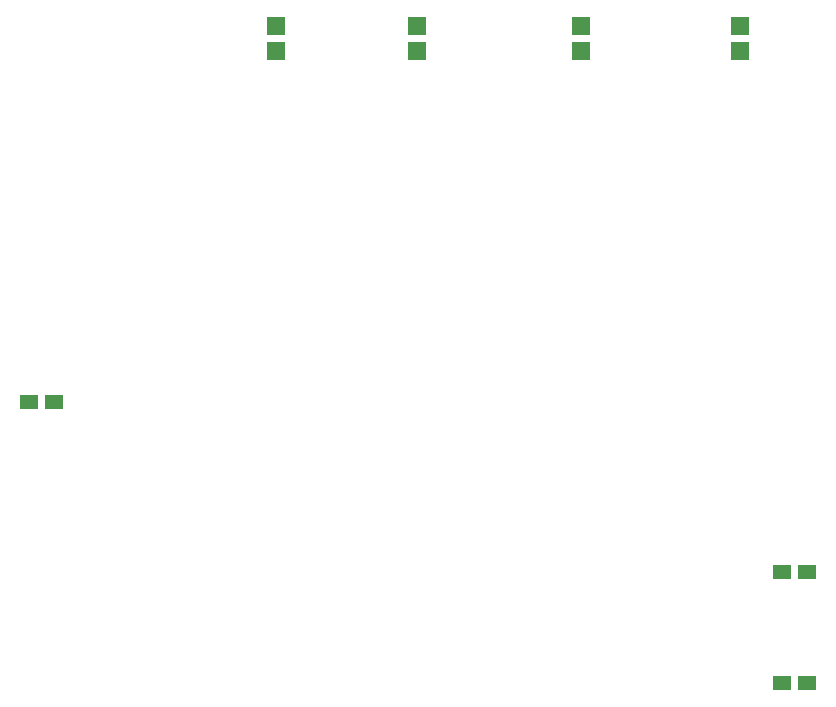
<source format=gtp>
*%FSLAX23Y23*%
*%MOIN*%
G01*
%ADD11C,0.001*%
%ADD12C,0.006*%
%ADD13C,0.007*%
%ADD14C,0.007*%
%ADD15C,0.008*%
%ADD16C,0.010*%
%ADD17C,0.012*%
%ADD18C,0.015*%
%ADD19C,0.020*%
%ADD20C,0.030*%
%ADD21C,0.040*%
%ADD22C,0.048*%
%ADD23C,0.060*%
%ADD24C,0.068*%
%ADD25C,0.070*%
%ADD26C,0.080*%
%ADD27C,0.088*%
%ADD28C,0.120*%
%ADD29C,0.140*%
%ADD30C,0.148*%
%ADD31C,0.180*%
%ADD32R,0.005X0.005*%
%ADD33R,0.009X0.009*%
%ADD34R,0.010X0.010*%
%ADD35R,0.015X0.015*%
%ADD36R,0.019X0.019*%
%ADD37R,0.020X0.020*%
%ADD38R,0.025X0.025*%
%ADD39R,0.029X0.029*%
%ADD40R,0.030X0.030*%
%ADD41R,0.030X0.030*%
%ADD42R,0.034X0.034*%
%ADD43R,0.035X0.035*%
%ADD44R,0.035X0.035*%
%ADD45R,0.035X0.050*%
%ADD46R,0.038X0.038*%
%ADD47R,0.039X0.039*%
%ADD48R,0.040X0.040*%
%ADD49R,0.043X0.043*%
%ADD50R,0.043X0.058*%
%ADD51R,0.045X0.045*%
%ADD52R,0.049X0.049*%
%ADD53R,0.050X0.035*%
%ADD54R,0.050X0.050*%
%ADD55R,0.055X0.055*%
%ADD56R,0.058X0.043*%
%ADD57R,0.059X0.059*%
%ADD58R,0.060X0.050*%
%ADD59R,0.060X0.060*%
%ADD60R,0.060X0.060*%
%ADD61R,0.065X0.065*%
%ADD62R,0.068X0.058*%
%ADD63R,0.068X0.068*%
%ADD64R,0.070X0.070*%
%ADD65R,0.075X0.075*%
%ADD66R,0.079X0.079*%
%ADD67R,0.080X0.080*%
%ADD68R,0.085X0.085*%
%ADD69R,0.090X0.090*%
%ADD70R,0.095X0.095*%
%ADD71R,0.105X0.105*%
%ADD72R,0.115X0.115*%
%ADD73R,0.120X0.120*%
%ADD74R,0.125X0.125*%
%ADD75R,0.140X0.140*%
%ADD76R,0.155X0.155*%
%ADD77R,0.185X0.185*%
D58*
X11325Y7197D02*
D03*
Y6827D02*
D03*
X11240D02*
D03*
Y7197D02*
D03*
X8730Y7762D02*
D03*
X8815D02*
D03*
D59*
X9555Y8932D02*
D03*
Y9017D02*
D03*
X10570D02*
D03*
Y8932D02*
D03*
X11100Y9017D02*
D03*
Y8932D02*
D03*
X10025Y9017D02*
D03*
Y8932D02*
D03*
M02*

</source>
